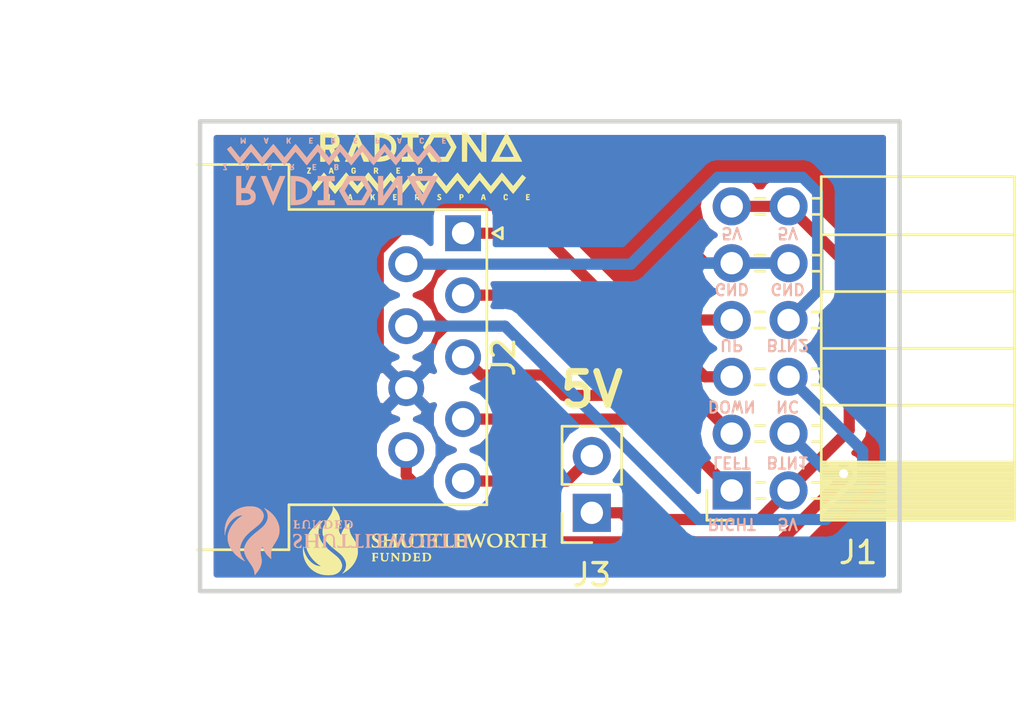
<source format=kicad_pcb>
(kicad_pcb (version 20171130) (host pcbnew 5.0.1+dfsg1-3~bpo9+1)
  (layers (0 F.Cu signal) (31 B.Cu signal) (34 B.Paste user) (35 F.Paste user) (36 B.SilkS user) (37 F.SilkS user) (38 B.Mask user) (39 F.Mask user) (44 Edge.Cuts user))
  (net 0 "")
  (net 1 UP)
  (net 2 DOWN)
  (net 3 LEFT)
  (net 4 RIGHT)
  (net 5 5V)
  (net 6 BTN2)
  (net 7 BTN1)
  (net 8 NC)
  (net 9 GND)
  (net 10 5V_OUT)
  (module parts:radiona-12mm (layer F.Cu) (at 154.75 76)
    (fp_text reference G*** hide)
    (fp_text value LOGO hide)
  )
  (module parts:shutleworth-12mm (layer F.Cu) (at 155 92.75)
    (fp_text reference G*** hide)
    (fp_text value LOGO hide)
  )
  (module Connector_PinSocket_2.54mm:PinSocket_2x06_P2.54mm_Horizontal (layer F.Cu) (at 168.75 90.5 180)
    (fp_text reference J1 (at -5.65 -2.77 180) (layer F.SilkS))
    (fp_text value PMOD_DB9)
    (pad 1 thru_hole rect (at 0 0 180) (size 1.7 1.7) (drill 1) (layers *.Cu *.Mask) (net 4 RIGHT))
    (pad 2 thru_hole oval (at -2.54 0 180) (size 1.7 1.7) (drill 1) (layers *.Cu *.Mask) (net 5 5V))
    (pad 3 thru_hole oval (at 0 2.54 180) (size 1.7 1.7) (drill 1) (layers *.Cu *.Mask) (net 3 LEFT))
    (pad 4 thru_hole oval (at -2.54 2.54 180) (size 1.7 1.7) (drill 1) (layers *.Cu *.Mask) (net 7 BTN1))
    (pad 5 thru_hole oval (at 0 5.08 180) (size 1.7 1.7) (drill 1) (layers *.Cu *.Mask) (net 2 DOWN))
    (pad 6 thru_hole oval (at -2.54 5.08 180) (size 1.7 1.7) (drill 1) (layers *.Cu *.Mask) (net 8 NC))
    (pad 7 thru_hole oval (at 0 7.62 180) (size 1.7 1.7) (drill 1) (layers *.Cu *.Mask) (net 1 UP))
    (pad 8 thru_hole oval (at -2.54 7.62 180) (size 1.7 1.7) (drill 1) (layers *.Cu *.Mask) (net 6 BTN2))
    (pad 9 thru_hole oval (at 0 10.16 180) (size 1.7 1.7) (drill 1) (layers *.Cu *.Mask) (net 9 GND))
    (pad 10 thru_hole oval (at -2.54 10.16 180) (size 1.7 1.7) (drill 1) (layers *.Cu *.Mask) (net 9 GND))
    (pad 11 thru_hole oval (at 0 12.7 180) (size 1.7 1.7) (drill 1) (layers *.Cu *.Mask) (net 5 5V))
    (pad 12 thru_hole oval (at -2.54 12.7 180) (size 1.7 1.7) (drill 1) (layers *.Cu *.Mask) (net 5 5V))
  )
  (module Connector_Dsub:DSUB-9_Male_Horizontal_P2.77x2.54mm_EdgePinOffset9.40mm (layer F.Cu) (at 156.75 79 270)
    (fp_text reference J2 (at 5.54 -1.8 270) (layer F.SilkS))
    (fp_text value DB9)
    (pad 1 thru_hole rect (at 0 0 270) (size 1.6 1.6) (drill 1) (layers *.Cu *.Mask) (net 1 UP))
    (pad 2 thru_hole circle (at 2.77 0 270) (size 1.6 1.6) (drill 1) (layers *.Cu *.Mask) (net 2 DOWN))
    (pad 3 thru_hole circle (at 5.54 0 270) (size 1.6 1.6) (drill 1) (layers *.Cu *.Mask) (net 3 LEFT))
    (pad 4 thru_hole circle (at 8.31 0 270) (size 1.6 1.6) (drill 1) (layers *.Cu *.Mask) (net 4 RIGHT))
    (pad 5 thru_hole circle (at 11.08 0 270) (size 1.6 1.6) (drill 1) (layers *.Cu *.Mask) (net 10 5V_OUT))
    (pad 6 thru_hole circle (at 1.385 2.54 270) (size 1.6 1.6) (drill 1) (layers *.Cu *.Mask) (net 6 BTN2))
    (pad 7 thru_hole circle (at 4.155 2.54 270) (size 1.6 1.6) (drill 1) (layers *.Cu *.Mask) (net 8 NC))
    (pad 8 thru_hole circle (at 6.925 2.54 270) (size 1.6 1.6) (drill 1) (layers *.Cu *.Mask) (net 9 GND))
    (pad 9 thru_hole circle (at 9.695 2.54 270) (size 1.6 1.6) (drill 1) (layers *.Cu *.Mask) (net 7 BTN1))
  )
  (module Connector_PinSocket_2.54mm:PinSocket_1x02_P2.54mm_Vertical (layer F.Cu) (at 162.5 91.5 180)
    (fp_text reference J3 (at 0 -2.77 180) (layer F.SilkS))
    (fp_text value 5V)
    (pad 1 thru_hole rect (at 0 0 180) (size 1.7 1.7) (drill 1) (layers *.Cu *.Mask) (net 5 5V))
    (pad 2 thru_hole oval (at 0 2.54 180) (size 1.7 1.7) (drill 1) (layers *.Cu *.Mask) (net 10 5V_OUT))
  )
  (module parts:radiona-12mm (layer B.Cu) (at 151 76.25)
    (fp_text reference G*** hide)
    (fp_text value LOGO hide)
  )
  (module parts:shutleworth-12mm (layer B.Cu) (at 151.5 92.75)
    (fp_text reference G*** hide)
    (fp_text value LOGO hide)
  )
  (gr_text 5V (at 162.5 86) (layer F.SilkS) (effects (font (size 1.5 1.5) (thickness 0.3))))
  (gr_text RIGHT (at 168.75 92 180) (layer B.SilkS) (effects (font (size 0.5 0.5) (thickness 0.1)) (justify mirror)))
  (gr_text 5V (at 171.25 92 180) (layer B.SilkS) (effects (font (size 0.5 0.5) (thickness 0.1)) (justify mirror)))
  (gr_text BTN1 (at 171.25 89.25 180) (layer B.SilkS) (effects (font (size 0.5 0.5) (thickness 0.1)) (justify mirror)))
  (gr_text LEFT (at 168.75 89.25 180) (layer B.SilkS) (effects (font (size 0.5 0.5) (thickness 0.1)) (justify mirror)))
  (gr_text NC (at 171.25 86.75 180) (layer B.SilkS) (effects (font (size 0.5 0.5) (thickness 0.1)) (justify mirror)))
  (gr_text DOWN (at 168.75 86.75 180) (layer B.SilkS) (effects (font (size 0.5 0.5) (thickness 0.1)) (justify mirror)))
  (gr_text UP (at 168.75 84 180) (layer B.SilkS) (effects (font (size 0.5 0.5) (thickness 0.1)) (justify mirror)))
  (gr_text BTN2 (at 171.25 84 180) (layer B.SilkS) (effects (font (size 0.5 0.5) (thickness 0.1)) (justify mirror)))
  (gr_text GND (at 171.25 81.5 180) (layer B.SilkS) (effects (font (size 0.5 0.5) (thickness 0.1)) (justify mirror)))
  (gr_text GND (at 168.75 81.5 180) (layer B.SilkS) (effects (font (size 0.5 0.5) (thickness 0.1)) (justify mirror)))
  (gr_text 5V (at 168.75 79 180) (layer B.SilkS) (effects (font (size 0.5 0.5) (thickness 0.1)) (justify mirror)))
  (gr_text 5V (at 171.25 79 180) (layer B.SilkS) (effects (font (size 0.5 0.5) (thickness 0.1)) (justify mirror)))
  (gr_line (start 176.25 95) (end 176.25 74) (layer Edge.Cuts) (width 0.2))
  (gr_line (start 176 95) (end 176.25 95) (layer Edge.Cuts) (width 0.2))
  (gr_line (start 145 95) (end 176 95) (layer Edge.Cuts) (width 0.2))
  (gr_line (start 145 74) (end 145 95) (layer Edge.Cuts) (width 0.2))
  (gr_line (start 176.25 74) (end 145 74) (layer Edge.Cuts) (width 0.2))
  (segment (start 160.25 79) (end 164.13 82.88) (width 0.5) (layer F.Cu) (net 1))
  (segment (start 156.75 79) (end 160.25 79) (width 0.5) (layer F.Cu) (net 1))
  (segment (start 168.75 82.88) (end 164.25 82.88) (width 0.5) (layer F.Cu) (net 1))
  (segment (start 164.13 82.88) (end 164.25 82.88) (width 0.25) (layer F.Cu) (net 1))
  (segment (start 159.630012 81.77) (end 162.75 84.889988) (width 0.5) (layer F.Cu) (net 2))
  (segment (start 156.75 81.77) (end 159.630012 81.77) (width 0.5) (layer F.Cu) (net 2))
  (segment (start 164 84.889988) (end 167.017907 84.889988) (width 0.25) (layer F.Cu) (net 2))
  (segment (start 167.547919 85.42) (end 167.017907 84.889988) (width 0.5) (layer F.Cu) (net 2))
  (segment (start 168.75 85.42) (end 167.547919 85.42) (width 0.5) (layer F.Cu) (net 2))
  (segment (start 162.75 84.889988) (end 163.5 84.889988) (width 0.5) (layer F.Cu) (net 2))
  (segment (start 167.017907 84.889988) (end 163.5 84.889988) (width 0.5) (layer F.Cu) (net 2))
  (segment (start 163.5 84.889988) (end 164 84.889988) (width 0.5) (layer F.Cu) (net 2))
  (segment (start 157.549999 85.339999) (end 160.339999 85.339999) (width 0.5) (layer F.Cu) (net 3))
  (segment (start 156.75 84.54) (end 157.549999 85.339999) (width 0.5) (layer F.Cu) (net 3))
  (segment (start 160.339999 85.339999) (end 161.25 86.25) (width 0.5) (layer F.Cu) (net 3))
  (segment (start 161.25 86.25) (end 167.04 86.25) (width 0.5) (layer F.Cu) (net 3))
  (segment (start 167.04 86.25) (end 168.75 87.96) (width 0.5) (layer F.Cu) (net 3))
  (segment (start 165.56 87.31) (end 168.75 90.5) (width 0.5) (layer F.Cu) (net 4))
  (segment (start 156.75 87.31) (end 165.56 87.31) (width 0.5) (layer F.Cu) (net 4))
  (segment (start 169.989999 91.800001) (end 170.440001 91.349999) (width 0.5) (layer F.Cu) (net 5))
  (segment (start 170.440001 91.349999) (end 171.29 90.5) (width 0.5) (layer F.Cu) (net 5))
  (segment (start 164.150001 91.800001) (end 169.989999 91.800001) (width 0.5) (layer F.Cu) (net 5))
  (segment (start 163.85 91.5) (end 164.150001 91.800001) (width 0.5) (layer F.Cu) (net 5))
  (segment (start 162.5 91.5) (end 163.85 91.5) (width 0.5) (layer F.Cu) (net 5))
  (segment (start 171.29 90.5) (end 174 87.79) (width 0.5) (layer F.Cu) (net 5))
  (segment (start 174 80.51) (end 171.29 77.8) (width 0.5) (layer F.Cu) (net 5))
  (segment (start 174 87.79) (end 174 80.51) (width 0.5) (layer F.Cu) (net 5))
  (segment (start 168.75 77.8) (end 171.29 77.8) (width 0.5) (layer F.Cu) (net 5))
  (segment (start 172.139999 82.030001) (end 171.29 82.88) (width 0.5) (layer B.Cu) (net 6))
  (segment (start 172.590001 81.579999) (end 172.139999 82.030001) (width 0.5) (layer B.Cu) (net 6))
  (segment (start 171.914001 76.499999) (end 172.590001 77.175999) (width 0.5) (layer B.Cu) (net 6))
  (segment (start 172.590001 77.175999) (end 172.590001 81.579999) (width 0.5) (layer B.Cu) (net 6))
  (segment (start 168.125999 76.499999) (end 171.914001 76.499999) (width 0.5) (layer B.Cu) (net 6))
  (segment (start 164.240998 80.385) (end 168.125999 76.499999) (width 0.5) (layer B.Cu) (net 6))
  (segment (start 154.21 80.385) (end 164.240998 80.385) (width 0.5) (layer B.Cu) (net 6))
  (via (at 173.75 89.75) (size 0.8) (drill 0.4) (layers F.Cu B.Cu) (net 7))
  (segment (start 173.75 89.964002) (end 173.75 89.75) (width 0.5) (layer F.Cu) (net 7))
  (segment (start 154.21 88.695) (end 154.21 89.82637) (width 0.5) (layer F.Cu) (net 7))
  (segment (start 154.21 89.82637) (end 157.183631 92.800001) (width 0.5) (layer F.Cu) (net 7))
  (segment (start 157.183631 92.800001) (end 170.914001 92.800001) (width 0.5) (layer F.Cu) (net 7))
  (segment (start 170.914001 92.800001) (end 173.75 89.964002) (width 0.5) (layer F.Cu) (net 7))
  (segment (start 173.08 89.75) (end 171.29 87.96) (width 0.5) (layer B.Cu) (net 7))
  (segment (start 173.75 89.75) (end 173.08 89.75) (width 0.5) (layer B.Cu) (net 7))
  (segment (start 155.34137 83.155) (end 154.21 83.155) (width 0.5) (layer B.Cu) (net 8))
  (segment (start 158.619002 83.155) (end 155.34137 83.155) (width 0.5) (layer B.Cu) (net 8))
  (segment (start 167.264003 91.800001) (end 158.619002 83.155) (width 0.5) (layer B.Cu) (net 8))
  (segment (start 174.600001 90.158001) (end 172.958001 91.800001) (width 0.5) (layer B.Cu) (net 8))
  (segment (start 172.958001 91.800001) (end 167.264003 91.800001) (width 0.5) (layer B.Cu) (net 8))
  (segment (start 174.600001 88.730001) (end 174.600001 90.158001) (width 0.5) (layer B.Cu) (net 8))
  (segment (start 171.29 85.42) (end 174.600001 88.730001) (width 0.5) (layer B.Cu) (net 8))
  (segment (start 171.29 80.34) (end 168.75 80.34) (width 0.5) (layer F.Cu) (net 9))
  (segment (start 152.959999 84.674999) (end 153.410001 85.125001) (width 0.5) (layer F.Cu) (net 9))
  (segment (start 152.959999 79.784999) (end 152.959999 84.674999) (width 0.5) (layer F.Cu) (net 9))
  (segment (start 154.994999 77.749999) (end 152.959999 79.784999) (width 0.5) (layer F.Cu) (net 9))
  (segment (start 153.410001 85.125001) (end 154.21 85.925) (width 0.5) (layer F.Cu) (net 9))
  (segment (start 164.957918 77.749999) (end 154.994999 77.749999) (width 0.5) (layer F.Cu) (net 9))
  (segment (start 167.547919 80.34) (end 164.957918 77.749999) (width 0.5) (layer F.Cu) (net 9))
  (segment (start 168.75 80.34) (end 167.547919 80.34) (width 0.5) (layer F.Cu) (net 9))
  (segment (start 161.38 90.08) (end 162.5 88.96) (width 0.5) (layer F.Cu) (net 10))
  (segment (start 156.75 90.08) (end 161.38 90.08) (width 0.5) (layer F.Cu) (net 10))
  (zone (net 9) (net_name GND) (layer F.Cu) (connect_pads (clearance 0.508)) (min_thickness 0.254) (fill yes (arc_segments 16) (thermal_gap 0.508) (thermal_bridge_width 0.508))
    (polygon (pts (xy 145 74) (xy 176.25 74) (xy 176.25 95) (xy 145 95)))
  )
  (zone (net 9) (net_name GND) (layer B.Cu) (connect_pads (clearance 0.508)) (min_thickness 0.254) (fill yes (arc_segments 16) (thermal_gap 0.508) (thermal_bridge_width 0.508))
    (polygon (pts (xy 145 74) (xy 176.25 74) (xy 176.25 95) (xy 145 95)))
  )
)
</source>
